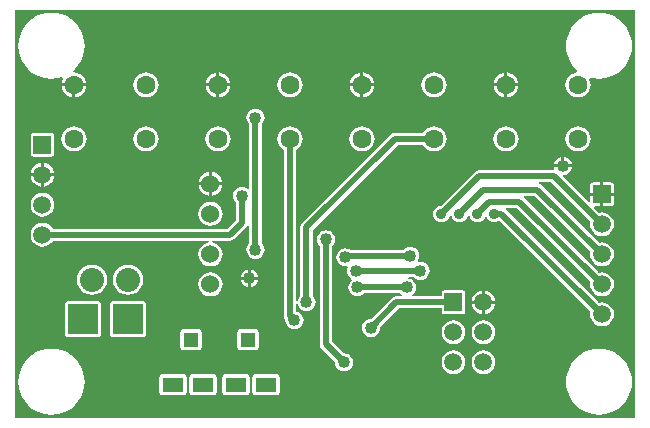
<source format=gbl>
G04 Layer_Physical_Order=2*
G04 Layer_Color=16711680*
%FSLAX25Y25*%
%MOIN*%
G70*
G01*
G75*
%ADD17C,0.02000*%
%ADD21C,0.06300*%
%ADD22C,0.08000*%
%ADD23R,0.10000X0.10000*%
%ADD24R,0.05000X0.05000*%
%ADD25R,0.07000X0.05000*%
%ADD26C,0.05905*%
%ADD27R,0.05905X0.05905*%
%ADD28C,0.06000*%
%ADD29C,0.04000*%
%ADD30C,0.03500*%
G36*
X206500Y0D02*
X0D01*
Y136000D01*
X206500D01*
Y0D01*
D02*
G37*
%LPC*%
G36*
X77500Y46000D02*
X75040D01*
X75077Y45717D01*
X75380Y44987D01*
X75860Y44360D01*
X76487Y43880D01*
X77217Y43577D01*
X77500Y43540D01*
Y46000D01*
D02*
G37*
G36*
X37500Y51043D02*
X36195Y50871D01*
X34978Y50367D01*
X33934Y49566D01*
X33132Y48522D01*
X32629Y47305D01*
X32457Y46000D01*
X32629Y44695D01*
X33132Y43478D01*
X33934Y42434D01*
X34978Y41633D01*
X36195Y41129D01*
X37500Y40957D01*
X38805Y41129D01*
X40022Y41633D01*
X41066Y42434D01*
X41868Y43478D01*
X42371Y44695D01*
X42543Y46000D01*
X42371Y47305D01*
X41868Y48522D01*
X41066Y49566D01*
X40022Y50367D01*
X38805Y50871D01*
X37500Y51043D01*
D02*
G37*
G36*
X77500Y49460D02*
X77217Y49423D01*
X76487Y49121D01*
X75860Y48640D01*
X75380Y48013D01*
X75077Y47283D01*
X75040Y47000D01*
X77500D01*
Y49460D01*
D02*
G37*
G36*
X80960Y46000D02*
X78500D01*
Y43540D01*
X78783Y43577D01*
X79513Y43880D01*
X80140Y44360D01*
X80620Y44987D01*
X80923Y45717D01*
X80960Y46000D01*
D02*
G37*
G36*
X156500Y42421D02*
Y39000D01*
X159921D01*
X159851Y39532D01*
X159453Y40493D01*
X158819Y41319D01*
X157993Y41953D01*
X157032Y42351D01*
X156500Y42421D01*
D02*
G37*
G36*
X155500D02*
X154968Y42351D01*
X154007Y41953D01*
X153181Y41319D01*
X152547Y40493D01*
X152149Y39532D01*
X152079Y39000D01*
X155500D01*
Y42421D01*
D02*
G37*
G36*
X25500Y51043D02*
X24195Y50871D01*
X22978Y50367D01*
X21934Y49566D01*
X21133Y48522D01*
X20629Y47305D01*
X20457Y46000D01*
X20629Y44695D01*
X21133Y43478D01*
X21934Y42434D01*
X22978Y41633D01*
X24195Y41129D01*
X25500Y40957D01*
X26805Y41129D01*
X28022Y41633D01*
X29066Y42434D01*
X29868Y43478D01*
X30371Y44695D01*
X30543Y46000D01*
X30371Y47305D01*
X29868Y48522D01*
X29066Y49566D01*
X28022Y50367D01*
X26805Y50871D01*
X25500Y51043D01*
D02*
G37*
G36*
X65000Y48535D02*
X63956Y48397D01*
X62983Y47994D01*
X62147Y47353D01*
X61506Y46517D01*
X61103Y45544D01*
X60966Y44500D01*
X61103Y43456D01*
X61506Y42483D01*
X62147Y41647D01*
X62983Y41006D01*
X63956Y40603D01*
X65000Y40466D01*
X66044Y40603D01*
X67017Y41006D01*
X67853Y41647D01*
X68494Y42483D01*
X68897Y43456D01*
X69034Y44500D01*
X68897Y45544D01*
X68494Y46517D01*
X67853Y47353D01*
X67017Y47994D01*
X66044Y48397D01*
X65000Y48535D01*
D02*
G37*
G36*
X78500Y49460D02*
Y47000D01*
X80960D01*
X80923Y47283D01*
X80620Y48013D01*
X80140Y48640D01*
X79513Y49121D01*
X78783Y49423D01*
X78500Y49460D01*
D02*
G37*
G36*
X64500Y77500D02*
X61031D01*
X61103Y76956D01*
X61506Y75983D01*
X62147Y75147D01*
X62983Y74506D01*
X63956Y74103D01*
X64500Y74031D01*
Y77500D01*
D02*
G37*
G36*
X199472Y74000D02*
X196000D01*
Y70528D01*
X198453D01*
X198843Y70605D01*
X199174Y70826D01*
X199395Y71157D01*
X199472Y71547D01*
Y74000D01*
D02*
G37*
G36*
X195000Y78472D02*
X192547D01*
X192157Y78395D01*
X191826Y78174D01*
X191605Y77843D01*
X191528Y77453D01*
Y75000D01*
X195000D01*
Y78472D01*
D02*
G37*
G36*
X68969Y77500D02*
X65500D01*
Y74031D01*
X66044Y74103D01*
X67017Y74506D01*
X67853Y75147D01*
X68494Y75983D01*
X68897Y76956D01*
X68969Y77500D01*
D02*
G37*
G36*
X185460Y83500D02*
X179540D01*
X179577Y83217D01*
X179660Y83017D01*
X179617Y82888D01*
X179317Y82539D01*
X154500D01*
X153720Y82384D01*
X153058Y81942D01*
X141873Y70757D01*
X141282Y70679D01*
X140613Y70402D01*
X140039Y69961D01*
X139598Y69387D01*
X139321Y68718D01*
X139226Y68000D01*
X139321Y67282D01*
X139598Y66613D01*
X140039Y66039D01*
X140613Y65598D01*
X141282Y65321D01*
X142000Y65226D01*
X142718Y65321D01*
X143387Y65598D01*
X143961Y66039D01*
X144402Y66613D01*
X144679Y67282D01*
X144695Y67399D01*
X144794Y67453D01*
X145124Y67346D01*
X145360Y67188D01*
X145598Y66613D01*
X146039Y66039D01*
X146613Y65598D01*
X147282Y65321D01*
X148000Y65226D01*
X148718Y65321D01*
X149387Y65598D01*
X149961Y66039D01*
X150402Y66613D01*
X150679Y67282D01*
X150695Y67399D01*
X150794Y67453D01*
X151124Y67346D01*
X151360Y67188D01*
X151598Y66613D01*
X152039Y66039D01*
X152613Y65598D01*
X153282Y65321D01*
X154000Y65226D01*
X154718Y65321D01*
X155387Y65598D01*
X155961Y66039D01*
X156402Y66613D01*
X156479Y66800D01*
X157021D01*
X157098Y66613D01*
X157539Y66039D01*
X158113Y65598D01*
X158782Y65321D01*
X159500Y65226D01*
X160218Y65321D01*
X160887Y65598D01*
X161244Y65872D01*
X191641Y35475D01*
X191513Y34500D01*
X191649Y33468D01*
X192047Y32507D01*
X192681Y31681D01*
X193507Y31047D01*
X194468Y30649D01*
X195500Y30513D01*
X196532Y30649D01*
X197493Y31047D01*
X198319Y31681D01*
X198953Y32507D01*
X199351Y33468D01*
X199487Y34500D01*
X199351Y35532D01*
X198953Y36493D01*
X198319Y37319D01*
X197493Y37953D01*
X196532Y38351D01*
X195500Y38487D01*
X194525Y38359D01*
X163442Y69442D01*
X163414Y69461D01*
X163565Y69961D01*
X167155D01*
X191641Y45475D01*
X191513Y44500D01*
X191649Y43468D01*
X192047Y42507D01*
X192681Y41681D01*
X193507Y41047D01*
X194468Y40649D01*
X195500Y40513D01*
X196532Y40649D01*
X197493Y41047D01*
X198319Y41681D01*
X198953Y42507D01*
X199351Y43468D01*
X199487Y44500D01*
X199351Y45532D01*
X198953Y46493D01*
X198319Y47319D01*
X197493Y47953D01*
X196532Y48351D01*
X195500Y48487D01*
X194525Y48359D01*
X169442Y73442D01*
X169414Y73461D01*
X169565Y73961D01*
X173155D01*
X191641Y55475D01*
X191513Y54500D01*
X191649Y53468D01*
X192047Y52507D01*
X192681Y51681D01*
X193507Y51047D01*
X194468Y50649D01*
X195500Y50513D01*
X196532Y50649D01*
X197493Y51047D01*
X198319Y51681D01*
X198953Y52507D01*
X199351Y53468D01*
X199487Y54500D01*
X199351Y55532D01*
X198953Y56493D01*
X198319Y57319D01*
X197493Y57953D01*
X196532Y58351D01*
X195500Y58487D01*
X194525Y58359D01*
X175442Y77442D01*
X174780Y77884D01*
X174394Y77961D01*
X174443Y78461D01*
X178655D01*
X191641Y65475D01*
X191513Y64500D01*
X191649Y63468D01*
X192047Y62507D01*
X192681Y61681D01*
X193507Y61047D01*
X194468Y60649D01*
X195500Y60513D01*
X196532Y60649D01*
X197493Y61047D01*
X198319Y61681D01*
X198953Y62507D01*
X199351Y63468D01*
X199487Y64500D01*
X199351Y65532D01*
X198953Y66493D01*
X198319Y67319D01*
X197493Y67953D01*
X196532Y68351D01*
X195500Y68487D01*
X194525Y68358D01*
X192856Y70028D01*
X193063Y70528D01*
X195000D01*
Y74000D01*
X191528D01*
Y72063D01*
X191028Y71856D01*
X182347Y80537D01*
X182603Y80988D01*
X183283Y81077D01*
X184013Y81379D01*
X184640Y81860D01*
X185120Y82487D01*
X185423Y83217D01*
X185460Y83500D01*
D02*
G37*
G36*
X131551Y57077D02*
X130768Y56974D01*
X130038Y56672D01*
X129412Y56191D01*
X129295Y56039D01*
X111619D01*
X111513Y56121D01*
X110783Y56423D01*
X110000Y56526D01*
X109217Y56423D01*
X108487Y56121D01*
X107860Y55640D01*
X107379Y55013D01*
X107077Y54283D01*
X106974Y53500D01*
X107077Y52717D01*
X107379Y51987D01*
X107860Y51360D01*
X108487Y50880D01*
X109217Y50577D01*
X110000Y50474D01*
X110341Y50519D01*
X110692Y50061D01*
X110577Y49783D01*
X110474Y49000D01*
X110577Y48217D01*
X110880Y47487D01*
X111360Y46860D01*
X111987Y46380D01*
X111998Y46375D01*
X112073Y45803D01*
X111860Y45640D01*
X111380Y45013D01*
X111077Y44283D01*
X110974Y43500D01*
X111077Y42717D01*
X111380Y41987D01*
X111860Y41360D01*
X112487Y40879D01*
X113217Y40577D01*
X114000Y40474D01*
X114783Y40577D01*
X115513Y40879D01*
X116140Y41360D01*
X116217Y41461D01*
X128283D01*
X128360Y41360D01*
X128779Y41039D01*
X128609Y40539D01*
X127000D01*
X127000Y40539D01*
X126220Y40384D01*
X125558Y39942D01*
X125558Y39942D01*
X118625Y33009D01*
X118500Y33026D01*
X117717Y32923D01*
X116987Y32620D01*
X116360Y32140D01*
X115879Y31513D01*
X115577Y30783D01*
X115474Y30000D01*
X115577Y29217D01*
X115879Y28487D01*
X116360Y27860D01*
X116987Y27380D01*
X117717Y27077D01*
X118500Y26974D01*
X119283Y27077D01*
X120013Y27380D01*
X120640Y27860D01*
X121121Y28487D01*
X121423Y29217D01*
X121526Y30000D01*
X121509Y30125D01*
X127845Y36461D01*
X142028D01*
Y35547D01*
X142105Y35157D01*
X142326Y34826D01*
X142657Y34605D01*
X143047Y34528D01*
X148953D01*
X149343Y34605D01*
X149674Y34826D01*
X149895Y35157D01*
X149972Y35547D01*
Y41453D01*
X149895Y41843D01*
X149674Y42174D01*
X149343Y42395D01*
X148953Y42472D01*
X143047D01*
X142657Y42395D01*
X142326Y42174D01*
X142105Y41843D01*
X142028Y41453D01*
Y40539D01*
X132391D01*
X132221Y41039D01*
X132640Y41360D01*
X133121Y41987D01*
X133423Y42717D01*
X133526Y43500D01*
X133423Y44283D01*
X133121Y45013D01*
X132640Y45640D01*
X132013Y46121D01*
X131283Y46423D01*
X130994Y46461D01*
X131027Y46961D01*
X132783D01*
X132860Y46860D01*
X133487Y46380D01*
X134217Y46077D01*
X135000Y45974D01*
X135783Y46077D01*
X136513Y46380D01*
X137140Y46860D01*
X137620Y47487D01*
X137923Y48217D01*
X138026Y49000D01*
X137923Y49783D01*
X137620Y50513D01*
X137140Y51140D01*
X136513Y51621D01*
X135783Y51923D01*
X135000Y52026D01*
X134342Y51939D01*
X134105Y52240D01*
X134054Y52385D01*
X134172Y52538D01*
X134474Y53268D01*
X134577Y54051D01*
X134474Y54834D01*
X134172Y55564D01*
X133691Y56191D01*
X133064Y56672D01*
X132334Y56974D01*
X131551Y57077D01*
D02*
G37*
G36*
X9000Y74987D02*
X7968Y74851D01*
X7007Y74453D01*
X6181Y73819D01*
X5547Y72993D01*
X5149Y72032D01*
X5013Y71000D01*
X5149Y69968D01*
X5547Y69007D01*
X6181Y68181D01*
X7007Y67547D01*
X7968Y67149D01*
X9000Y67013D01*
X10032Y67149D01*
X10993Y67547D01*
X11819Y68181D01*
X12453Y69007D01*
X12851Y69968D01*
X12987Y71000D01*
X12851Y72032D01*
X12453Y72993D01*
X11819Y73819D01*
X10993Y74453D01*
X10032Y74851D01*
X9000Y74987D01*
D02*
G37*
G36*
X65000Y72035D02*
X63956Y71897D01*
X62983Y71494D01*
X62147Y70853D01*
X61506Y70017D01*
X61103Y69044D01*
X60966Y68000D01*
X61103Y66956D01*
X61506Y65983D01*
X62147Y65147D01*
X62983Y64506D01*
X63956Y64103D01*
X65000Y63965D01*
X66044Y64103D01*
X67017Y64506D01*
X67853Y65147D01*
X68494Y65983D01*
X68897Y66956D01*
X69034Y68000D01*
X68897Y69044D01*
X68494Y70017D01*
X67853Y70853D01*
X67017Y71494D01*
X66044Y71897D01*
X65000Y72035D01*
D02*
G37*
G36*
X139500Y97186D02*
X138417Y97043D01*
X137407Y96625D01*
X136540Y95960D01*
X135875Y95093D01*
X135853Y95039D01*
X126500D01*
X125720Y94884D01*
X125058Y94442D01*
X95558Y64942D01*
X95116Y64280D01*
X94961Y63500D01*
Y40717D01*
X94860Y40640D01*
X94380Y40013D01*
X94077Y39283D01*
X94039Y38994D01*
X93539Y39027D01*
Y89353D01*
X93593Y89375D01*
X94460Y90040D01*
X95125Y90907D01*
X95543Y91917D01*
X95686Y93000D01*
X95543Y94083D01*
X95125Y95093D01*
X94460Y95960D01*
X93593Y96625D01*
X92583Y97043D01*
X91500Y97186D01*
X90417Y97043D01*
X89407Y96625D01*
X88540Y95960D01*
X87875Y95093D01*
X87457Y94083D01*
X87314Y93000D01*
X87457Y91917D01*
X87875Y90907D01*
X88540Y90040D01*
X89407Y89375D01*
X89461Y89353D01*
Y34000D01*
X89616Y33220D01*
X89994Y32653D01*
X89974Y32500D01*
X90077Y31717D01*
X90380Y30987D01*
X90860Y30360D01*
X91487Y29880D01*
X92217Y29577D01*
X93000Y29474D01*
X93783Y29577D01*
X94513Y29880D01*
X95140Y30360D01*
X95621Y30987D01*
X95923Y31717D01*
X96026Y32500D01*
X95923Y33283D01*
X95621Y34013D01*
X95140Y34640D01*
X94513Y35120D01*
X93783Y35423D01*
X93539Y35455D01*
Y37973D01*
X94039Y38006D01*
X94077Y37717D01*
X94380Y36987D01*
X94860Y36360D01*
X95487Y35879D01*
X96217Y35577D01*
X97000Y35474D01*
X97783Y35577D01*
X98513Y35879D01*
X99140Y36360D01*
X99620Y36987D01*
X99923Y37717D01*
X100026Y38500D01*
X99923Y39283D01*
X99620Y40013D01*
X99140Y40640D01*
X99039Y40717D01*
Y62655D01*
X127345Y90961D01*
X135853D01*
X135875Y90907D01*
X136540Y90040D01*
X137407Y89375D01*
X138417Y88957D01*
X139500Y88814D01*
X140583Y88957D01*
X141593Y89375D01*
X142460Y90040D01*
X143125Y90907D01*
X143543Y91917D01*
X143686Y93000D01*
X143543Y94083D01*
X143125Y95093D01*
X142460Y95960D01*
X141593Y96625D01*
X140583Y97043D01*
X139500Y97186D01*
D02*
G37*
G36*
X87000Y14520D02*
X80000D01*
X79610Y14442D01*
X79279Y14221D01*
X79058Y13890D01*
X78980Y13500D01*
Y8500D01*
X79058Y8110D01*
X79279Y7779D01*
X79610Y7558D01*
X80000Y7480D01*
X87000D01*
X87390Y7558D01*
X87721Y7779D01*
X87942Y8110D01*
X88020Y8500D01*
Y13500D01*
X87942Y13890D01*
X87721Y14221D01*
X87390Y14442D01*
X87000Y14520D01*
D02*
G37*
G36*
X77000D02*
X70000D01*
X69610Y14442D01*
X69279Y14221D01*
X69058Y13890D01*
X68980Y13500D01*
Y8500D01*
X69058Y8110D01*
X69279Y7779D01*
X69610Y7558D01*
X70000Y7480D01*
X77000D01*
X77390Y7558D01*
X77721Y7779D01*
X77942Y8110D01*
X78020Y8500D01*
Y13500D01*
X77942Y13890D01*
X77721Y14221D01*
X77390Y14442D01*
X77000Y14520D01*
D02*
G37*
G36*
X156000Y22487D02*
X154968Y22351D01*
X154007Y21953D01*
X153181Y21319D01*
X152547Y20493D01*
X152149Y19532D01*
X152013Y18500D01*
X152149Y17468D01*
X152547Y16507D01*
X153181Y15681D01*
X154007Y15047D01*
X154968Y14649D01*
X156000Y14513D01*
X157032Y14649D01*
X157993Y15047D01*
X158819Y15681D01*
X159453Y16507D01*
X159851Y17468D01*
X159987Y18500D01*
X159851Y19532D01*
X159453Y20493D01*
X158819Y21319D01*
X157993Y21953D01*
X157032Y22351D01*
X156000Y22487D01*
D02*
G37*
G36*
X146000D02*
X144968Y22351D01*
X144007Y21953D01*
X143181Y21319D01*
X142547Y20493D01*
X142149Y19532D01*
X142013Y18500D01*
X142149Y17468D01*
X142547Y16507D01*
X143181Y15681D01*
X144007Y15047D01*
X144968Y14649D01*
X146000Y14513D01*
X147032Y14649D01*
X147993Y15047D01*
X148819Y15681D01*
X149453Y16507D01*
X149851Y17468D01*
X149987Y18500D01*
X149851Y19532D01*
X149453Y20493D01*
X148819Y21319D01*
X147993Y21953D01*
X147032Y22351D01*
X146000Y22487D01*
D02*
G37*
G36*
X194500Y23034D02*
X192774Y22898D01*
X191090Y22494D01*
X189491Y21831D01*
X188014Y20927D01*
X186698Y19802D01*
X185573Y18486D01*
X184669Y17009D01*
X184006Y15410D01*
X183602Y13726D01*
X183466Y12000D01*
X183602Y10274D01*
X184006Y8590D01*
X184669Y6991D01*
X185573Y5514D01*
X186698Y4198D01*
X188014Y3073D01*
X189491Y2169D01*
X191090Y1506D01*
X192774Y1102D01*
X194500Y966D01*
X196226Y1102D01*
X197910Y1506D01*
X199509Y2169D01*
X200986Y3073D01*
X202302Y4198D01*
X203427Y5514D01*
X204331Y6991D01*
X204994Y8590D01*
X205398Y10274D01*
X205534Y12000D01*
X205398Y13726D01*
X204994Y15410D01*
X204331Y17009D01*
X203427Y18486D01*
X202302Y19802D01*
X200986Y20927D01*
X199509Y21831D01*
X197910Y22494D01*
X196226Y22898D01*
X194500Y23034D01*
D02*
G37*
G36*
X12000D02*
X10274Y22898D01*
X8590Y22494D01*
X6991Y21831D01*
X5514Y20927D01*
X4198Y19802D01*
X3073Y18486D01*
X2169Y17009D01*
X1506Y15410D01*
X1102Y13726D01*
X966Y12000D01*
X1102Y10274D01*
X1506Y8590D01*
X2169Y6991D01*
X3073Y5514D01*
X4198Y4198D01*
X5514Y3073D01*
X6991Y2169D01*
X8590Y1506D01*
X10274Y1102D01*
X12000Y966D01*
X13726Y1102D01*
X15410Y1506D01*
X17009Y2169D01*
X18486Y3073D01*
X19802Y4198D01*
X20927Y5514D01*
X21831Y6991D01*
X22494Y8590D01*
X22898Y10274D01*
X23034Y12000D01*
X22898Y13726D01*
X22494Y15410D01*
X21831Y17009D01*
X20927Y18486D01*
X19802Y19802D01*
X18486Y20927D01*
X17009Y21831D01*
X15410Y22494D01*
X13726Y22898D01*
X12000Y23034D01*
D02*
G37*
G36*
X66000Y14520D02*
X59000D01*
X58610Y14442D01*
X58279Y14221D01*
X58058Y13890D01*
X57980Y13500D01*
Y8500D01*
X58058Y8110D01*
X58279Y7779D01*
X58610Y7558D01*
X59000Y7480D01*
X66000D01*
X66390Y7558D01*
X66721Y7779D01*
X66942Y8110D01*
X67020Y8500D01*
Y13500D01*
X66942Y13890D01*
X66721Y14221D01*
X66390Y14442D01*
X66000Y14520D01*
D02*
G37*
G36*
X56000D02*
X49000D01*
X48610Y14442D01*
X48279Y14221D01*
X48058Y13890D01*
X47980Y13500D01*
Y8500D01*
X48058Y8110D01*
X48279Y7779D01*
X48610Y7558D01*
X49000Y7480D01*
X56000D01*
X56390Y7558D01*
X56721Y7779D01*
X56942Y8110D01*
X57020Y8500D01*
Y13500D01*
X56942Y13890D01*
X56721Y14221D01*
X56390Y14442D01*
X56000Y14520D01*
D02*
G37*
G36*
X103500Y62526D02*
X102717Y62423D01*
X101987Y62120D01*
X101360Y61640D01*
X100880Y61013D01*
X100577Y60283D01*
X100474Y59500D01*
X100577Y58717D01*
X100880Y57987D01*
X101360Y57360D01*
X101461Y57283D01*
Y24500D01*
X101616Y23720D01*
X102058Y23058D01*
X106491Y18625D01*
X106474Y18500D01*
X106577Y17717D01*
X106879Y16987D01*
X107360Y16360D01*
X107987Y15879D01*
X108717Y15577D01*
X109500Y15474D01*
X110283Y15577D01*
X111013Y15879D01*
X111640Y16360D01*
X112120Y16987D01*
X112423Y17717D01*
X112526Y18500D01*
X112423Y19283D01*
X112120Y20013D01*
X111640Y20640D01*
X111013Y21121D01*
X110283Y21423D01*
X109500Y21526D01*
X109374Y21509D01*
X105539Y25345D01*
Y57283D01*
X105640Y57360D01*
X106121Y57987D01*
X106423Y58717D01*
X106526Y59500D01*
X106423Y60283D01*
X106121Y61013D01*
X105640Y61640D01*
X105013Y62120D01*
X104283Y62423D01*
X103500Y62526D01*
D02*
G37*
G36*
X42500Y39020D02*
X32500D01*
X32110Y38942D01*
X31779Y38721D01*
X31558Y38390D01*
X31480Y38000D01*
Y28000D01*
X31558Y27610D01*
X31779Y27279D01*
X32110Y27058D01*
X32500Y26980D01*
X42500D01*
X42890Y27058D01*
X43221Y27279D01*
X43442Y27610D01*
X43520Y28000D01*
Y38000D01*
X43442Y38390D01*
X43221Y38721D01*
X42890Y38942D01*
X42500Y39020D01*
D02*
G37*
G36*
X27500D02*
X17500D01*
X17110Y38942D01*
X16779Y38721D01*
X16558Y38390D01*
X16480Y38000D01*
Y28000D01*
X16558Y27610D01*
X16779Y27279D01*
X17110Y27058D01*
X17500Y26980D01*
X27500D01*
X27890Y27058D01*
X28221Y27279D01*
X28442Y27610D01*
X28520Y28000D01*
Y38000D01*
X28442Y38390D01*
X28221Y38721D01*
X27890Y38942D01*
X27500Y39020D01*
D02*
G37*
G36*
X159921Y38000D02*
X156500D01*
Y34579D01*
X157032Y34649D01*
X157993Y35047D01*
X158819Y35681D01*
X159453Y36507D01*
X159851Y37468D01*
X159921Y38000D01*
D02*
G37*
G36*
X155500D02*
X152079D01*
X152149Y37468D01*
X152547Y36507D01*
X153181Y35681D01*
X154007Y35047D01*
X154968Y34649D01*
X155500Y34579D01*
Y38000D01*
D02*
G37*
G36*
X80000Y29520D02*
X75000D01*
X74610Y29442D01*
X74279Y29221D01*
X74058Y28890D01*
X73980Y28500D01*
Y23500D01*
X74058Y23110D01*
X74279Y22779D01*
X74610Y22558D01*
X75000Y22480D01*
X80000D01*
X80390Y22558D01*
X80721Y22779D01*
X80942Y23110D01*
X81020Y23500D01*
Y28500D01*
X80942Y28890D01*
X80721Y29221D01*
X80390Y29442D01*
X80000Y29520D01*
D02*
G37*
G36*
X61000D02*
X56000D01*
X55610Y29442D01*
X55279Y29221D01*
X55058Y28890D01*
X54980Y28500D01*
Y23500D01*
X55058Y23110D01*
X55279Y22779D01*
X55610Y22558D01*
X56000Y22480D01*
X61000D01*
X61390Y22558D01*
X61721Y22779D01*
X61942Y23110D01*
X62020Y23500D01*
Y28500D01*
X61942Y28890D01*
X61721Y29221D01*
X61390Y29442D01*
X61000Y29520D01*
D02*
G37*
G36*
X156000Y32487D02*
X154968Y32351D01*
X154007Y31953D01*
X153181Y31319D01*
X152547Y30493D01*
X152149Y29532D01*
X152013Y28500D01*
X152149Y27468D01*
X152547Y26507D01*
X153181Y25681D01*
X154007Y25047D01*
X154968Y24649D01*
X156000Y24513D01*
X157032Y24649D01*
X157993Y25047D01*
X158819Y25681D01*
X159453Y26507D01*
X159851Y27468D01*
X159987Y28500D01*
X159851Y29532D01*
X159453Y30493D01*
X158819Y31319D01*
X157993Y31953D01*
X157032Y32351D01*
X156000Y32487D01*
D02*
G37*
G36*
X146000D02*
X144968Y32351D01*
X144007Y31953D01*
X143181Y31319D01*
X142547Y30493D01*
X142149Y29532D01*
X142013Y28500D01*
X142149Y27468D01*
X142547Y26507D01*
X143181Y25681D01*
X144007Y25047D01*
X144968Y24649D01*
X146000Y24513D01*
X147032Y24649D01*
X147993Y25047D01*
X148819Y25681D01*
X149453Y26507D01*
X149851Y27468D01*
X149987Y28500D01*
X149851Y29532D01*
X149453Y30493D01*
X148819Y31319D01*
X147993Y31953D01*
X147032Y32351D01*
X146000Y32487D01*
D02*
G37*
G36*
X23620Y110500D02*
X20000D01*
Y106880D01*
X20583Y106957D01*
X21593Y107375D01*
X22460Y108040D01*
X23125Y108907D01*
X23543Y109917D01*
X23620Y110500D01*
D02*
G37*
G36*
X163000D02*
X159380D01*
X159457Y109917D01*
X159875Y108907D01*
X160540Y108040D01*
X161407Y107375D01*
X162417Y106957D01*
X163000Y106880D01*
Y110500D01*
D02*
G37*
G36*
X119620D02*
X116000D01*
Y106880D01*
X116583Y106957D01*
X117593Y107375D01*
X118460Y108040D01*
X119125Y108907D01*
X119543Y109917D01*
X119620Y110500D01*
D02*
G37*
G36*
X71620D02*
X68000D01*
Y106880D01*
X68583Y106957D01*
X69593Y107375D01*
X70460Y108040D01*
X71125Y108907D01*
X71543Y109917D01*
X71620Y110500D01*
D02*
G37*
G36*
X115000D02*
X111380D01*
X111457Y109917D01*
X111875Y108907D01*
X112540Y108040D01*
X113407Y107375D01*
X114417Y106957D01*
X115000Y106880D01*
Y110500D01*
D02*
G37*
G36*
X139500Y115186D02*
X138417Y115043D01*
X137407Y114625D01*
X136540Y113960D01*
X135875Y113093D01*
X135457Y112083D01*
X135314Y111000D01*
X135457Y109917D01*
X135875Y108907D01*
X136540Y108040D01*
X137407Y107375D01*
X138417Y106957D01*
X139500Y106814D01*
X140583Y106957D01*
X141593Y107375D01*
X142460Y108040D01*
X143125Y108907D01*
X143543Y109917D01*
X143686Y111000D01*
X143543Y112083D01*
X143125Y113093D01*
X142460Y113960D01*
X141593Y114625D01*
X140583Y115043D01*
X139500Y115186D01*
D02*
G37*
G36*
X91500D02*
X90417Y115043D01*
X89407Y114625D01*
X88540Y113960D01*
X87875Y113093D01*
X87457Y112083D01*
X87314Y111000D01*
X87457Y109917D01*
X87875Y108907D01*
X88540Y108040D01*
X89407Y107375D01*
X90417Y106957D01*
X91500Y106814D01*
X92583Y106957D01*
X93593Y107375D01*
X94460Y108040D01*
X95125Y108907D01*
X95543Y109917D01*
X95686Y111000D01*
X95543Y112083D01*
X95125Y113093D01*
X94460Y113960D01*
X93593Y114625D01*
X92583Y115043D01*
X91500Y115186D01*
D02*
G37*
G36*
X67000Y110500D02*
X63380D01*
X63457Y109917D01*
X63875Y108907D01*
X64540Y108040D01*
X65407Y107375D01*
X66417Y106957D01*
X67000Y106880D01*
Y110500D01*
D02*
G37*
G36*
X19000D02*
X15380D01*
X15457Y109917D01*
X15875Y108907D01*
X16540Y108040D01*
X17407Y107375D01*
X18417Y106957D01*
X19000Y106880D01*
Y110500D01*
D02*
G37*
G36*
X68000Y115120D02*
Y111500D01*
X71620D01*
X71543Y112083D01*
X71125Y113093D01*
X70460Y113960D01*
X69593Y114625D01*
X68583Y115043D01*
X68000Y115120D01*
D02*
G37*
G36*
X164000D02*
Y111500D01*
X167620D01*
X167543Y112083D01*
X167125Y113093D01*
X166460Y113960D01*
X165593Y114625D01*
X164583Y115043D01*
X164000Y115120D01*
D02*
G37*
G36*
X194500Y135034D02*
X192774Y134898D01*
X191090Y134494D01*
X189491Y133831D01*
X188014Y132927D01*
X186698Y131802D01*
X185573Y130486D01*
X184669Y129009D01*
X184006Y127410D01*
X183602Y125726D01*
X183466Y124000D01*
X183602Y122274D01*
X184006Y120590D01*
X184669Y118991D01*
X185573Y117514D01*
X186698Y116198D01*
X187320Y115666D01*
X187164Y115142D01*
X186417Y115043D01*
X185407Y114625D01*
X184540Y113960D01*
X183875Y113093D01*
X183457Y112083D01*
X183314Y111000D01*
X183457Y109917D01*
X183875Y108907D01*
X184540Y108040D01*
X185407Y107375D01*
X186417Y106957D01*
X187500Y106814D01*
X188583Y106957D01*
X189593Y107375D01*
X190460Y108040D01*
X191125Y108907D01*
X191543Y109917D01*
X191686Y111000D01*
X191543Y112083D01*
X191175Y112971D01*
X191371Y113288D01*
X191517Y113404D01*
X192774Y113102D01*
X194500Y112966D01*
X196226Y113102D01*
X197910Y113506D01*
X199509Y114169D01*
X200986Y115073D01*
X202302Y116198D01*
X203427Y117514D01*
X204331Y118991D01*
X204994Y120590D01*
X205398Y122274D01*
X205534Y124000D01*
X205398Y125726D01*
X204994Y127410D01*
X204331Y129009D01*
X203427Y130486D01*
X202302Y131802D01*
X200986Y132927D01*
X199509Y133831D01*
X197910Y134494D01*
X196226Y134898D01*
X194500Y135034D01*
D02*
G37*
G36*
X116000Y115120D02*
Y111500D01*
X119620D01*
X119543Y112083D01*
X119125Y113093D01*
X118460Y113960D01*
X117593Y114625D01*
X116583Y115043D01*
X116000Y115120D01*
D02*
G37*
G36*
X67000D02*
X66417Y115043D01*
X65407Y114625D01*
X64540Y113960D01*
X63875Y113093D01*
X63457Y112083D01*
X63380Y111500D01*
X67000D01*
Y115120D01*
D02*
G37*
G36*
X12000Y135034D02*
X10274Y134898D01*
X8590Y134494D01*
X6991Y133831D01*
X5514Y132927D01*
X4198Y131802D01*
X3073Y130486D01*
X2169Y129009D01*
X1506Y127410D01*
X1102Y125726D01*
X966Y124000D01*
X1102Y122274D01*
X1506Y120590D01*
X2169Y118991D01*
X3073Y117514D01*
X4198Y116198D01*
X5514Y115073D01*
X6991Y114169D01*
X8590Y113506D01*
X10274Y113102D01*
X12000Y112966D01*
X13726Y113102D01*
X15410Y113506D01*
X15633Y113598D01*
X15948Y113188D01*
X15875Y113093D01*
X15457Y112083D01*
X15380Y111500D01*
X19500D01*
Y111000D01*
D01*
Y111500D01*
X23620D01*
X23543Y112083D01*
X23125Y113093D01*
X22460Y113960D01*
X21593Y114625D01*
X20583Y115043D01*
X19500Y115186D01*
X19367Y115168D01*
X19155Y115645D01*
X19802Y116198D01*
X20927Y117514D01*
X21831Y118991D01*
X22494Y120590D01*
X22898Y122274D01*
X23034Y124000D01*
X22898Y125726D01*
X22494Y127410D01*
X21831Y129009D01*
X20927Y130486D01*
X19802Y131802D01*
X18486Y132927D01*
X17009Y133831D01*
X15410Y134494D01*
X13726Y134898D01*
X12000Y135034D01*
D02*
G37*
G36*
X167620Y110500D02*
X164000D01*
Y106880D01*
X164583Y106957D01*
X165593Y107375D01*
X166460Y108040D01*
X167125Y108907D01*
X167543Y109917D01*
X167620Y110500D01*
D02*
G37*
G36*
X115000Y115120D02*
X114417Y115043D01*
X113407Y114625D01*
X112540Y113960D01*
X111875Y113093D01*
X111457Y112083D01*
X111380Y111500D01*
X115000D01*
Y115120D01*
D02*
G37*
G36*
X163000D02*
X162417Y115043D01*
X161407Y114625D01*
X160540Y113960D01*
X159875Y113093D01*
X159457Y112083D01*
X159380Y111500D01*
X163000D01*
Y115120D01*
D02*
G37*
G36*
X8500Y84921D02*
X7968Y84851D01*
X7007Y84453D01*
X6181Y83819D01*
X5547Y82993D01*
X5149Y82032D01*
X5079Y81500D01*
X8500D01*
Y84921D01*
D02*
G37*
G36*
X65500Y81969D02*
Y78500D01*
X68969D01*
X68897Y79044D01*
X68494Y80017D01*
X67853Y80853D01*
X67017Y81494D01*
X66044Y81897D01*
X65500Y81969D01*
D02*
G37*
G36*
X182000Y86960D02*
X181717Y86923D01*
X180987Y86620D01*
X180360Y86140D01*
X179879Y85513D01*
X179577Y84783D01*
X179540Y84500D01*
X182000D01*
Y86960D01*
D02*
G37*
G36*
X9500Y84921D02*
Y81500D01*
X12921D01*
X12851Y82032D01*
X12453Y82993D01*
X11819Y83819D01*
X10993Y84453D01*
X10032Y84851D01*
X9500Y84921D01*
D02*
G37*
G36*
X64500Y81969D02*
X63956Y81897D01*
X62983Y81494D01*
X62147Y80853D01*
X61506Y80017D01*
X61103Y79044D01*
X61031Y78500D01*
X64500D01*
Y81969D01*
D02*
G37*
G36*
X80000Y103026D02*
X79217Y102923D01*
X78487Y102620D01*
X77860Y102140D01*
X77380Y101513D01*
X77077Y100783D01*
X76974Y100000D01*
X77077Y99217D01*
X77380Y98487D01*
X77860Y97860D01*
X77961Y97783D01*
Y76507D01*
X77461Y76277D01*
X77013Y76621D01*
X76283Y76923D01*
X75500Y77026D01*
X74717Y76923D01*
X73987Y76621D01*
X73360Y76140D01*
X72879Y75513D01*
X72577Y74783D01*
X72474Y74000D01*
X72577Y73217D01*
X72879Y72487D01*
X73360Y71860D01*
X73461Y71783D01*
Y65845D01*
X70655Y63039D01*
X12418D01*
X11819Y63819D01*
X10993Y64453D01*
X10032Y64851D01*
X9000Y64987D01*
X7968Y64851D01*
X7007Y64453D01*
X6181Y63819D01*
X5547Y62993D01*
X5149Y62032D01*
X5013Y61000D01*
X5149Y59968D01*
X5547Y59007D01*
X6181Y58181D01*
X7007Y57547D01*
X7968Y57149D01*
X9000Y57013D01*
X10032Y57149D01*
X10993Y57547D01*
X11819Y58181D01*
X12418Y58961D01*
X64407D01*
X64440Y58461D01*
X63956Y58397D01*
X62983Y57994D01*
X62147Y57353D01*
X61506Y56517D01*
X61103Y55544D01*
X60966Y54500D01*
X61103Y53456D01*
X61506Y52483D01*
X62147Y51647D01*
X62983Y51006D01*
X63956Y50603D01*
X65000Y50466D01*
X66044Y50603D01*
X67017Y51006D01*
X67853Y51647D01*
X68494Y52483D01*
X68897Y53456D01*
X69034Y54500D01*
X68897Y55544D01*
X68494Y56517D01*
X67853Y57353D01*
X67017Y57994D01*
X66044Y58397D01*
X65560Y58461D01*
X65593Y58961D01*
X71500D01*
X72280Y59116D01*
X72942Y59558D01*
X76942Y63558D01*
X77384Y64220D01*
X77461Y64606D01*
X77961Y64557D01*
Y58217D01*
X77860Y58140D01*
X77380Y57513D01*
X77077Y56783D01*
X76974Y56000D01*
X77077Y55217D01*
X77380Y54487D01*
X77860Y53860D01*
X78487Y53379D01*
X79217Y53077D01*
X80000Y52974D01*
X80783Y53077D01*
X81513Y53379D01*
X82140Y53860D01*
X82621Y54487D01*
X82923Y55217D01*
X83026Y56000D01*
X82923Y56783D01*
X82621Y57513D01*
X82140Y58140D01*
X82039Y58217D01*
Y97783D01*
X82140Y97860D01*
X82621Y98487D01*
X82923Y99217D01*
X83026Y100000D01*
X82923Y100783D01*
X82621Y101513D01*
X82140Y102140D01*
X81513Y102620D01*
X80783Y102923D01*
X80000Y103026D01*
D02*
G37*
G36*
X198453Y78472D02*
X196000D01*
Y75000D01*
X199472D01*
Y77453D01*
X199395Y77843D01*
X199174Y78174D01*
X198843Y78395D01*
X198453Y78472D01*
D02*
G37*
G36*
X12921Y80500D02*
X9500D01*
Y77079D01*
X10032Y77149D01*
X10993Y77547D01*
X11819Y78181D01*
X12453Y79007D01*
X12851Y79968D01*
X12921Y80500D01*
D02*
G37*
G36*
X8500D02*
X5079D01*
X5149Y79968D01*
X5547Y79007D01*
X6181Y78181D01*
X7007Y77547D01*
X7968Y77149D01*
X8500Y77079D01*
Y80500D01*
D02*
G37*
G36*
X163500Y97186D02*
X162417Y97043D01*
X161407Y96625D01*
X160540Y95960D01*
X159875Y95093D01*
X159457Y94083D01*
X159314Y93000D01*
X159457Y91917D01*
X159875Y90907D01*
X160540Y90040D01*
X161407Y89375D01*
X162417Y88957D01*
X163500Y88814D01*
X164583Y88957D01*
X165593Y89375D01*
X166460Y90040D01*
X167125Y90907D01*
X167543Y91917D01*
X167686Y93000D01*
X167543Y94083D01*
X167125Y95093D01*
X166460Y95960D01*
X165593Y96625D01*
X164583Y97043D01*
X163500Y97186D01*
D02*
G37*
G36*
X115500D02*
X114417Y97043D01*
X113407Y96625D01*
X112540Y95960D01*
X111875Y95093D01*
X111457Y94083D01*
X111314Y93000D01*
X111457Y91917D01*
X111875Y90907D01*
X112540Y90040D01*
X113407Y89375D01*
X114417Y88957D01*
X115500Y88814D01*
X116583Y88957D01*
X117593Y89375D01*
X118460Y90040D01*
X119125Y90907D01*
X119543Y91917D01*
X119686Y93000D01*
X119543Y94083D01*
X119125Y95093D01*
X118460Y95960D01*
X117593Y96625D01*
X116583Y97043D01*
X115500Y97186D01*
D02*
G37*
G36*
X43500Y115186D02*
X42417Y115043D01*
X41407Y114625D01*
X40540Y113960D01*
X39875Y113093D01*
X39457Y112083D01*
X39314Y111000D01*
X39457Y109917D01*
X39875Y108907D01*
X40540Y108040D01*
X41407Y107375D01*
X42417Y106957D01*
X43500Y106814D01*
X44583Y106957D01*
X45593Y107375D01*
X46460Y108040D01*
X47125Y108907D01*
X47543Y109917D01*
X47686Y111000D01*
X47543Y112083D01*
X47125Y113093D01*
X46460Y113960D01*
X45593Y114625D01*
X44583Y115043D01*
X43500Y115186D01*
D02*
G37*
G36*
X187500Y97186D02*
X186417Y97043D01*
X185407Y96625D01*
X184540Y95960D01*
X183875Y95093D01*
X183457Y94083D01*
X183314Y93000D01*
X183457Y91917D01*
X183875Y90907D01*
X184540Y90040D01*
X185407Y89375D01*
X186417Y88957D01*
X187500Y88814D01*
X188583Y88957D01*
X189593Y89375D01*
X190460Y90040D01*
X191125Y90907D01*
X191543Y91917D01*
X191686Y93000D01*
X191543Y94083D01*
X191125Y95093D01*
X190460Y95960D01*
X189593Y96625D01*
X188583Y97043D01*
X187500Y97186D01*
D02*
G37*
G36*
X67500D02*
X66417Y97043D01*
X65407Y96625D01*
X64540Y95960D01*
X63875Y95093D01*
X63457Y94083D01*
X63314Y93000D01*
X63457Y91917D01*
X63875Y90907D01*
X64540Y90040D01*
X65407Y89375D01*
X66417Y88957D01*
X67500Y88814D01*
X68583Y88957D01*
X69593Y89375D01*
X70460Y90040D01*
X71125Y90907D01*
X71543Y91917D01*
X71686Y93000D01*
X71543Y94083D01*
X71125Y95093D01*
X70460Y95960D01*
X69593Y96625D01*
X68583Y97043D01*
X67500Y97186D01*
D02*
G37*
G36*
X11953Y94972D02*
X6047D01*
X5657Y94895D01*
X5326Y94674D01*
X5105Y94343D01*
X5028Y93953D01*
Y88047D01*
X5105Y87657D01*
X5326Y87326D01*
X5657Y87105D01*
X6047Y87028D01*
X11953D01*
X12343Y87105D01*
X12674Y87326D01*
X12895Y87657D01*
X12972Y88047D01*
Y93953D01*
X12895Y94343D01*
X12674Y94674D01*
X12343Y94895D01*
X11953Y94972D01*
D02*
G37*
G36*
X183000Y86960D02*
Y84500D01*
X185460D01*
X185423Y84783D01*
X185120Y85513D01*
X184640Y86140D01*
X184013Y86620D01*
X183283Y86923D01*
X183000Y86960D01*
D02*
G37*
G36*
X43500Y97186D02*
X42417Y97043D01*
X41407Y96625D01*
X40540Y95960D01*
X39875Y95093D01*
X39457Y94083D01*
X39314Y93000D01*
X39457Y91917D01*
X39875Y90907D01*
X40540Y90040D01*
X41407Y89375D01*
X42417Y88957D01*
X43500Y88814D01*
X44583Y88957D01*
X45593Y89375D01*
X46460Y90040D01*
X47125Y90907D01*
X47543Y91917D01*
X47686Y93000D01*
X47543Y94083D01*
X47125Y95093D01*
X46460Y95960D01*
X45593Y96625D01*
X44583Y97043D01*
X43500Y97186D01*
D02*
G37*
G36*
X19500D02*
X18417Y97043D01*
X17407Y96625D01*
X16540Y95960D01*
X15875Y95093D01*
X15457Y94083D01*
X15314Y93000D01*
X15457Y91917D01*
X15875Y90907D01*
X16540Y90040D01*
X17407Y89375D01*
X18417Y88957D01*
X19500Y88814D01*
X20583Y88957D01*
X21593Y89375D01*
X22460Y90040D01*
X23125Y90907D01*
X23543Y91917D01*
X23686Y93000D01*
X23543Y94083D01*
X23125Y95093D01*
X22460Y95960D01*
X21593Y96625D01*
X20583Y97043D01*
X19500Y97186D01*
D02*
G37*
%LPD*%
D17*
X179500Y80500D02*
X195500Y64500D01*
X154500Y80500D02*
X179500D01*
X174000Y76000D02*
X195500Y54500D01*
X156000Y76000D02*
X174000D01*
X168000Y72000D02*
X195500Y44500D01*
X158000Y72000D02*
X168000D01*
X162000Y68000D02*
X195500Y34500D01*
X159500Y68000D02*
X162000D01*
X148000D02*
X156000Y76000D01*
X142000Y68000D02*
X154500Y80500D01*
X154000Y68000D02*
X158000Y72000D01*
X118500Y30000D02*
X127000Y38500D01*
X146000D01*
X113500Y49000D02*
X135000D01*
X114000Y43500D02*
X130500D01*
X103500Y24500D02*
X109500Y18500D01*
X110000Y54000D02*
X131500D01*
X91500Y34000D02*
X93000Y32500D01*
X91500Y34000D02*
Y93000D01*
X80000Y56000D02*
Y100000D01*
X97000Y38500D02*
Y63500D01*
X126500Y93000D01*
X139500D01*
X138500Y92500D02*
X139500Y91500D01*
X103500Y24500D02*
Y59500D01*
X9000Y61000D02*
X71500D01*
X75500Y65000D01*
Y74000D01*
D21*
X43500Y111000D02*
D03*
X19500Y93000D02*
D03*
Y111000D02*
D03*
X43500Y93000D02*
D03*
X187500Y111000D02*
D03*
X163500Y93000D02*
D03*
Y111000D02*
D03*
X187500Y93000D02*
D03*
X139500Y111000D02*
D03*
X115500Y93000D02*
D03*
Y111000D02*
D03*
X139500Y93000D02*
D03*
X91500Y111000D02*
D03*
X67500Y93000D02*
D03*
Y111000D02*
D03*
X91500Y93000D02*
D03*
D22*
X25500Y46000D02*
D03*
X37500D02*
D03*
D23*
Y33000D02*
D03*
X22500D02*
D03*
D24*
X77500Y26000D02*
D03*
X58500D02*
D03*
D25*
X83500Y11000D02*
D03*
X73500D02*
D03*
X52500D02*
D03*
X62500D02*
D03*
D26*
X156000Y18500D02*
D03*
X146000D02*
D03*
X156000Y28500D02*
D03*
X146000D02*
D03*
X156000Y38500D02*
D03*
X9000Y61000D02*
D03*
Y71000D02*
D03*
Y81000D02*
D03*
X195500Y64500D02*
D03*
Y54500D02*
D03*
Y44500D02*
D03*
Y34500D02*
D03*
D27*
X146000Y38500D02*
D03*
X9000Y91000D02*
D03*
X195500Y74500D02*
D03*
D28*
X65000Y44500D02*
D03*
Y54500D02*
D03*
Y78000D02*
D03*
Y68000D02*
D03*
D29*
X47492Y77555D02*
D03*
X182500Y84000D02*
D03*
X78000Y46500D02*
D03*
X118500Y30000D02*
D03*
X131551Y54051D02*
D03*
X130500Y43500D02*
D03*
X135000Y49000D02*
D03*
X110000Y53500D02*
D03*
X113500Y49000D02*
D03*
X114000Y43500D02*
D03*
X93000Y32500D02*
D03*
X109500Y18500D02*
D03*
X97000Y38500D02*
D03*
X80000Y100000D02*
D03*
Y56000D02*
D03*
X103500Y59500D02*
D03*
X75500Y74000D02*
D03*
D30*
X154000Y68000D02*
D03*
X159500D02*
D03*
X148000D02*
D03*
X142000D02*
D03*
M02*

</source>
